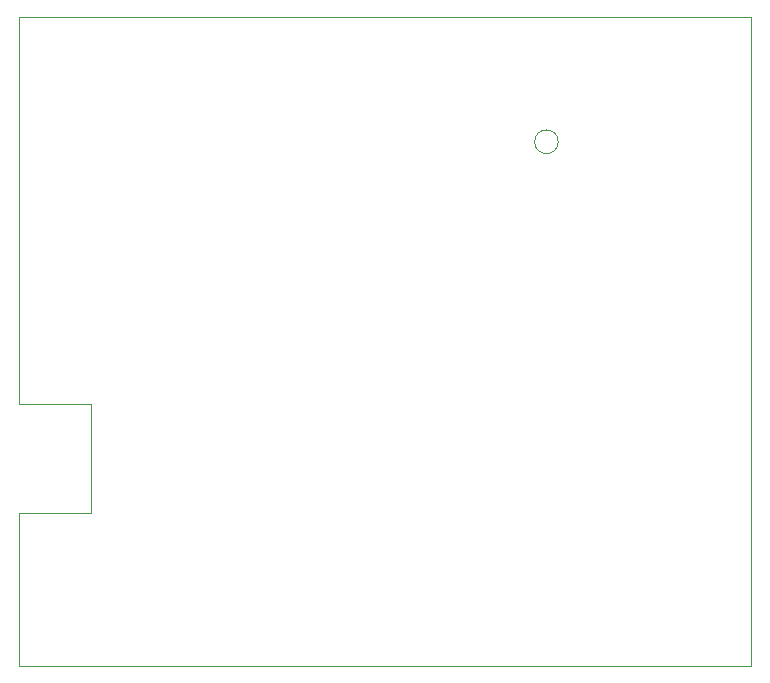
<source format=gbr>
%TF.GenerationSoftware,KiCad,Pcbnew,7.0.10-7.0.10~ubuntu22.04.1*%
%TF.CreationDate,2024-01-09T15:42:03+03:00*%
%TF.ProjectId,air-detector,6169722d-6465-4746-9563-746f722e6b69,rev?*%
%TF.SameCoordinates,Original*%
%TF.FileFunction,Profile,NP*%
%FSLAX46Y46*%
G04 Gerber Fmt 4.6, Leading zero omitted, Abs format (unit mm)*
G04 Created by KiCad (PCBNEW 7.0.10-7.0.10~ubuntu22.04.1) date 2024-01-09 15:42:03*
%MOMM*%
%LPD*%
G01*
G04 APERTURE LIST*
%TA.AperFunction,Profile*%
%ADD10C,0.100000*%
%TD*%
%TA.AperFunction,Profile*%
%ADD11C,0.120000*%
%TD*%
G04 APERTURE END LIST*
D10*
X227000000Y-37000000D02*
X227000000Y-92000000D01*
X165000000Y-37000000D02*
X165000000Y-68209000D01*
X165000000Y-37000000D02*
X227000000Y-37000000D01*
X165000000Y-92000000D02*
X227000000Y-92000000D01*
X165000000Y-80809000D02*
X165000000Y-92000000D01*
D11*
%TO.C,U2*%
X210650000Y-47600000D02*
G75*
G03*
X208650000Y-47600000I-1000000J0D01*
G01*
X208650000Y-47600000D02*
G75*
G03*
X210650000Y-47600000I1000000J0D01*
G01*
%TO.C,J1*%
X171100000Y-69809000D02*
X165000000Y-69809000D01*
X165000000Y-69809000D02*
X165000000Y-68209000D01*
X171100000Y-79009000D02*
X171100000Y-69809000D01*
X165000000Y-79009000D02*
X171100000Y-79009000D01*
X165000000Y-80809000D02*
X165000000Y-79009000D01*
%TD*%
M02*

</source>
